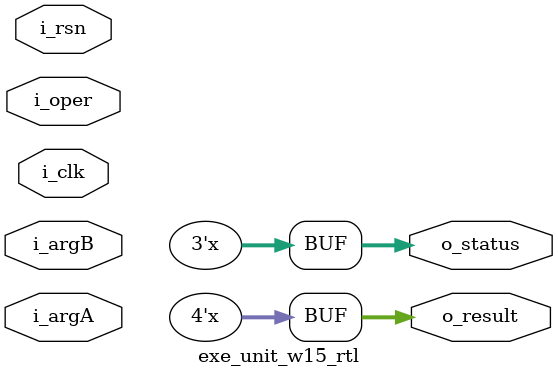
<source format=sv>
/* Generated by Yosys 0.22+4 (git sha1 0e13d7e4c, x86_64-w64-mingw32-g++ 9.2.1 -Os) */

module exe_unit_w15_rtl(i_oper, i_argA, i_argB, i_clk, i_rsn, o_result, o_status);
  input [3:0] i_argA;
  wire [3:0] i_argA;
  input [3:0] i_argB;
  wire [3:0] i_argB;
  input i_clk;
  wire i_clk;
  input [1:0] i_oper;
  wire [1:0] i_oper;
  input i_rsn;
  wire i_rsn;
  output [3:0] o_result;
  wire [3:0] o_result;
  output [2:0] o_status;
  wire [2:0] o_status;
  assign o_result = 4'hx;
  assign o_status = 3'hx;
endmodule

</source>
